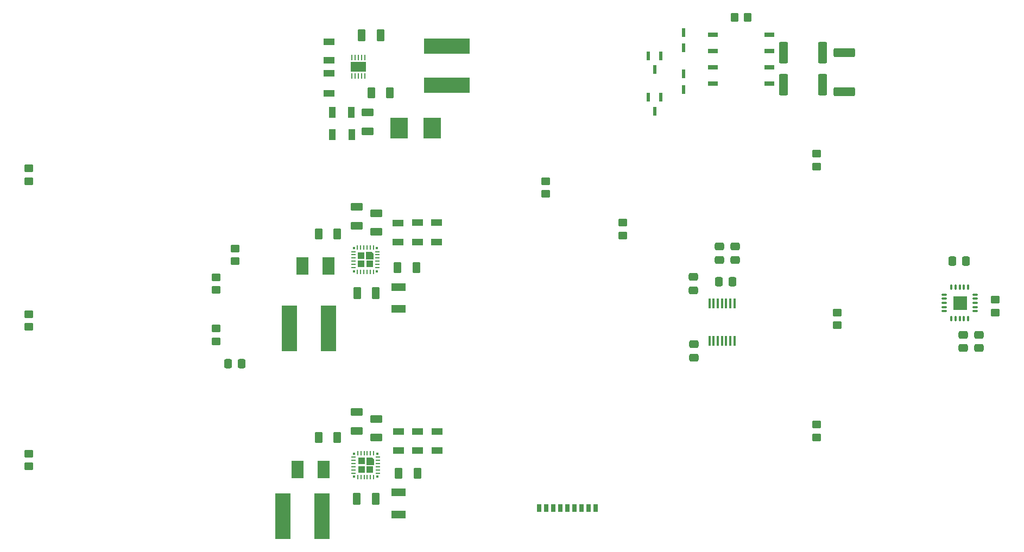
<source format=gbr>
%TF.GenerationSoftware,KiCad,Pcbnew,9.0.7*%
%TF.CreationDate,2026-02-06T09:11:47-04:00*%
%TF.ProjectId,TLS_Handheld_PCB,544c535f-4861-46e6-9468-656c645f5043,1*%
%TF.SameCoordinates,Original*%
%TF.FileFunction,Paste,Top*%
%TF.FilePolarity,Positive*%
%FSLAX46Y46*%
G04 Gerber Fmt 4.6, Leading zero omitted, Abs format (unit mm)*
G04 Created by KiCad (PCBNEW 9.0.7) date 2026-02-06 09:11:47*
%MOMM*%
%LPD*%
G01*
G04 APERTURE LIST*
G04 Aperture macros list*
%AMRoundRect*
0 Rectangle with rounded corners*
0 $1 Rounding radius*
0 $2 $3 $4 $5 $6 $7 $8 $9 X,Y pos of 4 corners*
0 Add a 4 corners polygon primitive as box body*
4,1,4,$2,$3,$4,$5,$6,$7,$8,$9,$2,$3,0*
0 Add four circle primitives for the rounded corners*
1,1,$1+$1,$2,$3*
1,1,$1+$1,$4,$5*
1,1,$1+$1,$6,$7*
1,1,$1+$1,$8,$9*
0 Add four rect primitives between the rounded corners*
20,1,$1+$1,$2,$3,$4,$5,0*
20,1,$1+$1,$4,$5,$6,$7,0*
20,1,$1+$1,$6,$7,$8,$9,0*
20,1,$1+$1,$8,$9,$2,$3,0*%
G04 Aperture macros list end*
%ADD10C,0.010000*%
%ADD11R,1.803400X1.117600*%
%ADD12RoundRect,0.250000X0.450000X-0.350000X0.450000X0.350000X-0.450000X0.350000X-0.450000X-0.350000X0*%
%ADD13RoundRect,0.250000X-0.475000X0.337500X-0.475000X-0.337500X0.475000X-0.337500X0.475000X0.337500X0*%
%ADD14R,0.584200X1.473200*%
%ADD15R,1.981200X2.794000*%
%ADD16RoundRect,0.150000X0.450000X0.760000X-0.450000X0.760000X-0.450000X-0.760000X0.450000X-0.760000X0*%
%ADD17R,1.770000X1.050000*%
%ADD18R,1.050000X1.770000*%
%ADD19RoundRect,0.249999X1.425001X-0.450001X1.425001X0.450001X-1.425001X0.450001X-1.425001X-0.450001X0*%
%ADD20R,2.300000X1.250000*%
%ADD21R,7.112000X2.463800*%
%ADD22RoundRect,0.250000X0.337500X0.475000X-0.337500X0.475000X-0.337500X-0.475000X0.337500X-0.475000X0*%
%ADD23RoundRect,0.250000X-0.350000X-0.450000X0.350000X-0.450000X0.350000X0.450000X-0.350000X0.450000X0*%
%ADD24R,0.508000X1.320800*%
%ADD25R,1.117600X1.803400*%
%ADD26RoundRect,0.150000X-0.760000X0.450000X-0.760000X-0.450000X0.760000X-0.450000X0.760000X0.450000X0*%
%ADD27RoundRect,0.145000X-0.435000X-0.740000X0.435000X-0.740000X0.435000X0.740000X-0.435000X0.740000X0*%
%ADD28R,1.770000X1.140000*%
%ADD29R,1.650000X0.700000*%
%ADD30RoundRect,0.040000X0.380000X0.120000X-0.380000X0.120000X-0.380000X-0.120000X0.380000X-0.120000X0*%
%ADD31RoundRect,0.040000X0.120000X0.380000X-0.120000X0.380000X-0.120000X-0.380000X0.120000X-0.380000X0*%
%ADD32RoundRect,0.250000X0.475000X-0.337500X0.475000X0.337500X-0.475000X0.337500X-0.475000X-0.337500X0*%
%ADD33R,2.463800X7.112000*%
%ADD34RoundRect,0.145000X0.435000X0.740000X-0.435000X0.740000X-0.435000X-0.740000X0.435000X-0.740000X0*%
%ADD35RoundRect,0.249999X-0.450001X-1.425001X0.450001X-1.425001X0.450001X1.425001X-0.450001X1.425001X0*%
%ADD36R,0.700000X1.200000*%
%ADD37R,1.820000X1.060000*%
%ADD38RoundRect,0.250000X-0.450000X0.350000X-0.450000X-0.350000X0.450000X-0.350000X0.450000X0.350000X0*%
%ADD39R,0.250000X0.700000*%
%ADD40R,0.700000X0.250000*%
%ADD41R,1.125000X1.125000*%
%ADD42R,0.375000X0.375000*%
%ADD43R,0.254000X0.812800*%
%ADD44R,2.483491X1.558110*%
%ADD45RoundRect,0.150000X0.760000X-0.450000X0.760000X0.450000X-0.760000X0.450000X-0.760000X-0.450000X0*%
%ADD46RoundRect,0.051250X-0.153750X0.698750X-0.153750X-0.698750X0.153750X-0.698750X0.153750X0.698750X0*%
%ADD47RoundRect,0.150000X-0.450000X-0.760000X0.450000X-0.760000X0.450000X0.760000X-0.450000X0.760000X0*%
%ADD48R,2.667000X3.302000*%
G04 APERTURE END LIST*
D10*
%TO.C,U6*%
X225530000Y-93530000D02*
X223470000Y-93530000D01*
X223470000Y-91470000D01*
X225530000Y-91470000D01*
X225530000Y-93530000D01*
G36*
X225530000Y-93530000D02*
G01*
X223470000Y-93530000D01*
X223470000Y-91470000D01*
X225530000Y-91470000D01*
X225530000Y-93530000D01*
G37*
%TO.C,U2*%
X133037500Y-84808000D02*
X133037500Y-85650000D01*
X131912500Y-85650000D01*
X131912500Y-84525000D01*
X132754500Y-84525000D01*
X133037500Y-84808000D01*
G36*
X133037500Y-84808000D02*
G01*
X133037500Y-85650000D01*
X131912500Y-85650000D01*
X131912500Y-84525000D01*
X132754500Y-84525000D01*
X133037500Y-84808000D01*
G37*
%TO.C,U1*%
X133084500Y-116865500D02*
X133084500Y-117707500D01*
X131959500Y-117707500D01*
X131959500Y-116582500D01*
X132801500Y-116582500D01*
X133084500Y-116865500D01*
G36*
X133084500Y-116865500D02*
G01*
X133084500Y-117707500D01*
X131959500Y-117707500D01*
X131959500Y-116582500D01*
X132801500Y-116582500D01*
X133084500Y-116865500D01*
G37*
%TD*%
D11*
%TO.C,C26*%
X139912500Y-80001400D03*
X139912500Y-82998600D03*
%TD*%
D12*
%TO.C,RB2*%
X79337500Y-96250000D03*
X79337500Y-94250000D03*
%TD*%
D13*
%TO.C,C40*%
X225000000Y-97462500D03*
X225000000Y-99537500D03*
%TD*%
D14*
%TO.C,M1*%
X177862501Y-53933200D03*
X175962499Y-53933200D03*
X176912500Y-56066800D03*
%TD*%
D15*
%TO.C,L1*%
X125312100Y-118500000D03*
X121248100Y-118500000D03*
%TD*%
D16*
%TO.C,C13*%
X133419500Y-123057500D03*
X130499500Y-123057500D03*
%TD*%
D17*
%TO.C,R23*%
X142912500Y-82970000D03*
X142912500Y-80000000D03*
%TD*%
D12*
%TO.C,R_2*%
X108500000Y-98500000D03*
X108500000Y-96500000D03*
%TD*%
D18*
%TO.C,R32*%
X129647500Y-62750000D03*
X126677500Y-62750000D03*
%TD*%
D19*
%TO.C,Rref*%
X206500000Y-59550000D03*
X206500000Y-53450000D03*
%TD*%
D20*
%TO.C,R11*%
X136959500Y-122057500D03*
X136959500Y-125507500D03*
%TD*%
D21*
%TO.C,C31*%
X144500000Y-58573400D03*
X144500000Y-52426600D03*
%TD*%
D11*
%TO.C,C16*%
X139959500Y-112558900D03*
X139959500Y-115556100D03*
%TD*%
D22*
%TO.C,C_bat*%
X112500000Y-102000000D03*
X110425000Y-102000000D03*
%TD*%
D23*
%TO.C,R_sink3*%
X189412500Y-48000000D03*
X191412500Y-48000000D03*
%TD*%
D24*
%TO.C,D2*%
X181412500Y-56806200D03*
X181412500Y-59193800D03*
%TD*%
D12*
%TO.C,R_sink2*%
X159912500Y-75500000D03*
X159912500Y-73500000D03*
%TD*%
D13*
%TO.C,C35*%
X182912500Y-88462500D03*
X182912500Y-90537500D03*
%TD*%
D25*
%TO.C,C32*%
X129661100Y-66250000D03*
X126663900Y-66250000D03*
%TD*%
D26*
%TO.C,C17*%
X133500000Y-110597500D03*
X133500000Y-113517500D03*
%TD*%
D27*
%TO.C,C29*%
X124547000Y-81750000D03*
X127453000Y-81750000D03*
%TD*%
D28*
%TO.C,R31*%
X126162500Y-51810000D03*
X126162500Y-54690000D03*
%TD*%
D29*
%TO.C,U4*%
X185987500Y-50690000D03*
X185987500Y-53230000D03*
X185987500Y-55770000D03*
X185987500Y-58310000D03*
X194837500Y-58310000D03*
X194837500Y-55770000D03*
X194837500Y-53230000D03*
X194837500Y-50690000D03*
%TD*%
D30*
%TO.C,U6*%
X226935000Y-93800000D03*
X226935000Y-93150000D03*
X226935000Y-92500000D03*
X226935000Y-91850000D03*
X226935000Y-91200000D03*
D31*
X225800000Y-90065000D03*
X225150000Y-90065000D03*
X224500000Y-90065000D03*
X223850000Y-90065000D03*
X223200000Y-90065000D03*
D30*
X222065000Y-91200000D03*
X222065000Y-91850000D03*
X222065000Y-92500000D03*
X222065000Y-93150000D03*
X222065000Y-93800000D03*
D31*
X223200000Y-94935000D03*
X223850000Y-94935000D03*
X224500000Y-94935000D03*
X225150000Y-94935000D03*
X225800000Y-94935000D03*
%TD*%
D32*
%TO.C,C39*%
X227500000Y-99537500D03*
X227500000Y-97462500D03*
%TD*%
D33*
%TO.C,C18*%
X118926600Y-125750000D03*
X125073400Y-125750000D03*
%TD*%
D34*
%TO.C,C33*%
X135615500Y-59750000D03*
X132709500Y-59750000D03*
%TD*%
D35*
%TO.C,Rh2*%
X197000000Y-58500000D03*
X203100000Y-58500000D03*
%TD*%
D17*
%TO.C,R13*%
X142959500Y-115541100D03*
X142959500Y-112571100D03*
%TD*%
D34*
%TO.C,C25*%
X139750000Y-87000000D03*
X136844000Y-87000000D03*
%TD*%
D36*
%TO.C,SD_Reader*%
X167750000Y-124500000D03*
X166650000Y-124500000D03*
X165550000Y-124500000D03*
X164450000Y-124500000D03*
X163350000Y-124500000D03*
X162250000Y-124500000D03*
X161150000Y-124500000D03*
X160050000Y-124500000D03*
X158950000Y-124500000D03*
%TD*%
D13*
%TO.C,C30*%
X183000000Y-98962500D03*
X183000000Y-101037500D03*
%TD*%
%TO.C,C36*%
X187012500Y-83692500D03*
X187012500Y-85767500D03*
%TD*%
D35*
%TO.C,Rh1*%
X197000000Y-53500000D03*
X203100000Y-53500000D03*
%TD*%
D22*
%TO.C,C37*%
X189050000Y-89230000D03*
X186975000Y-89230000D03*
%TD*%
D33*
%TO.C,C28*%
X119926600Y-96500000D03*
X126073400Y-96500000D03*
%TD*%
D12*
%TO.C,RB1*%
X79337500Y-73500000D03*
X79337500Y-71500000D03*
%TD*%
D15*
%TO.C,L2*%
X126032000Y-86750000D03*
X121968000Y-86750000D03*
%TD*%
D37*
%TO.C,R33*%
X126162500Y-59778000D03*
X126162500Y-56722000D03*
%TD*%
D38*
%TO.C,Rref*%
X230000000Y-92000000D03*
X230000000Y-94000000D03*
%TD*%
D39*
%TO.C,U2*%
X133062500Y-83850000D03*
X132562500Y-83850000D03*
X132062500Y-83850000D03*
X131562500Y-83850000D03*
X131062500Y-83850000D03*
X130562500Y-83850000D03*
D40*
X129912500Y-84500000D03*
X129912500Y-85000000D03*
X129912500Y-85500000D03*
X129912500Y-86000000D03*
X129912500Y-86500000D03*
X129912500Y-87000000D03*
D39*
X130562500Y-87650000D03*
X131062500Y-87650000D03*
X131562500Y-87650000D03*
X132062500Y-87650000D03*
X132562500Y-87650000D03*
X133062500Y-87650000D03*
D40*
X133712500Y-87000000D03*
X133712500Y-86500000D03*
X133712500Y-86000000D03*
X133712500Y-85500000D03*
X133712500Y-85000000D03*
X133712500Y-84500000D03*
D41*
X132475000Y-86412500D03*
X131150000Y-85087500D03*
X131150000Y-86412500D03*
D42*
X133625000Y-83937500D03*
X133625000Y-87562500D03*
X130000000Y-83937500D03*
X130000000Y-87562500D03*
%TD*%
D26*
%TO.C,C*%
X130500000Y-77540000D03*
X130500000Y-80460000D03*
%TD*%
D43*
%TO.C,U3*%
X131709500Y-54250000D03*
X131209498Y-54250000D03*
X130709499Y-54250000D03*
X130209500Y-54250000D03*
X129709498Y-54250000D03*
X129709498Y-57145600D03*
X130209500Y-57145600D03*
X130709499Y-57145600D03*
X131209498Y-57145600D03*
X131709500Y-57145600D03*
D44*
X130706647Y-55677906D03*
%TD*%
D12*
%TO.C,R_bat2*%
X111500000Y-86000000D03*
X111500000Y-84000000D03*
%TD*%
D45*
%TO.C,C34*%
X132162500Y-65710000D03*
X132162500Y-62790000D03*
%TD*%
D16*
%TO.C,C23*%
X133460000Y-91000000D03*
X130540000Y-91000000D03*
%TD*%
D17*
%TO.C,R12*%
X136959500Y-112571100D03*
X136959500Y-115541100D03*
%TD*%
D26*
%TO.C,C27*%
X133500000Y-78500000D03*
X133500000Y-81420000D03*
%TD*%
D12*
%TO.C,RB3*%
X79337500Y-118000000D03*
X79337500Y-116000000D03*
%TD*%
%TO.C,RB4*%
X202162500Y-71250000D03*
X202162500Y-69250000D03*
%TD*%
D27*
%TO.C,C19*%
X124547000Y-113500000D03*
X127453000Y-113500000D03*
%TD*%
D12*
%TO.C,R_1*%
X108500000Y-90500000D03*
X108500000Y-88500000D03*
%TD*%
D46*
%TO.C,U5*%
X189362500Y-92615000D03*
X188712500Y-92615000D03*
X188062500Y-92615000D03*
X187412500Y-92615000D03*
X186762500Y-92615000D03*
X186112500Y-92615000D03*
X185462500Y-92615000D03*
X185462500Y-98385000D03*
X186112500Y-98385000D03*
X186762500Y-98385000D03*
X187412500Y-98385000D03*
X188062500Y-98385000D03*
X188712500Y-98385000D03*
X189362500Y-98385000D03*
%TD*%
D20*
%TO.C,R21*%
X137000000Y-90000000D03*
X137000000Y-93450000D03*
%TD*%
D34*
%TO.C,C15*%
X139912500Y-119057500D03*
X137006500Y-119057500D03*
%TD*%
D12*
%TO.C,RB5*%
X205412500Y-96000000D03*
X205412500Y-94000000D03*
%TD*%
D26*
%TO.C,C*%
X130500000Y-109540000D03*
X130500000Y-112460000D03*
%TD*%
D47*
%TO.C,C1*%
X131249500Y-50750000D03*
X134169500Y-50750000D03*
%TD*%
D14*
%TO.C,M2*%
X177862501Y-60433200D03*
X175962499Y-60433200D03*
X176912500Y-62566800D03*
%TD*%
D38*
%TO.C,RB6*%
X202162500Y-111500000D03*
X202162500Y-113500000D03*
%TD*%
D17*
%TO.C,R22*%
X136912500Y-80015000D03*
X136912500Y-82985000D03*
%TD*%
D12*
%TO.C,R_sink1*%
X171912500Y-82000000D03*
X171912500Y-80000000D03*
%TD*%
D22*
%TO.C,C41*%
X225450000Y-86000000D03*
X223375000Y-86000000D03*
%TD*%
D48*
%TO.C,L3*%
X137097100Y-65250000D03*
X142227900Y-65250000D03*
%TD*%
D24*
%TO.C,D1*%
X181412500Y-50306200D03*
X181412500Y-52693800D03*
%TD*%
D32*
%TO.C,C38*%
X189512500Y-85767500D03*
X189512500Y-83692500D03*
%TD*%
D39*
%TO.C,U1*%
X133109500Y-115907500D03*
X132609500Y-115907500D03*
X132109500Y-115907500D03*
X131609500Y-115907500D03*
X131109500Y-115907500D03*
X130609500Y-115907500D03*
D40*
X129959500Y-116557500D03*
X129959500Y-117057500D03*
X129959500Y-117557500D03*
X129959500Y-118057500D03*
X129959500Y-118557500D03*
X129959500Y-119057500D03*
D39*
X130609500Y-119707500D03*
X131109500Y-119707500D03*
X131609500Y-119707500D03*
X132109500Y-119707500D03*
X132609500Y-119707500D03*
X133109500Y-119707500D03*
D40*
X133759500Y-119057500D03*
X133759500Y-118557500D03*
X133759500Y-118057500D03*
X133759500Y-117557500D03*
X133759500Y-117057500D03*
X133759500Y-116557500D03*
D41*
X132522000Y-118470000D03*
X131197000Y-117145000D03*
X131197000Y-118470000D03*
D42*
X133672000Y-115995000D03*
X133672000Y-119620000D03*
X130047000Y-115995000D03*
X130047000Y-119620000D03*
%TD*%
M02*

</source>
